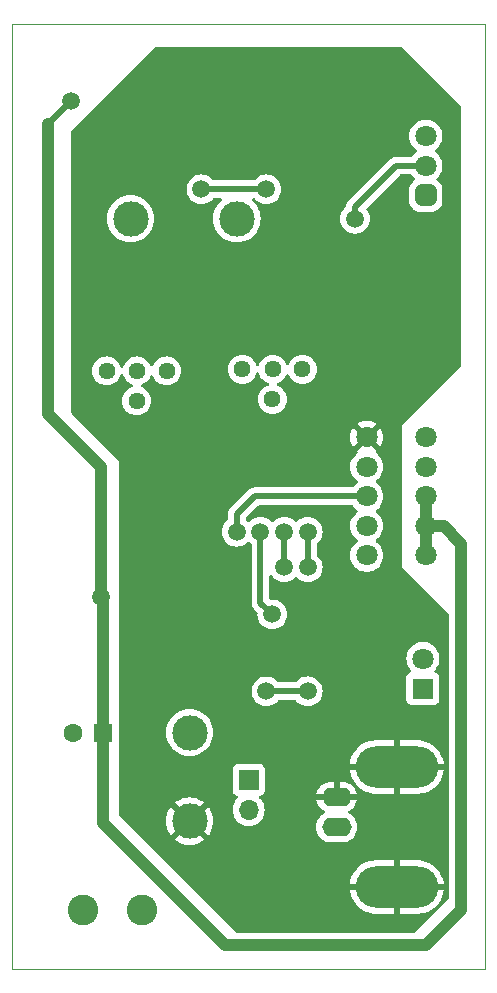
<source format=gbr>
%TF.GenerationSoftware,KiCad,Pcbnew,7.0.7*%
%TF.CreationDate,2024-08-22T16:43:00-10:00*%
%TF.ProjectId,pHSim2,70485369-6d32-42e6-9b69-6361645f7063,rev?*%
%TF.SameCoordinates,Original*%
%TF.FileFunction,Copper,L2,Bot*%
%TF.FilePolarity,Positive*%
%FSLAX46Y46*%
G04 Gerber Fmt 4.6, Leading zero omitted, Abs format (unit mm)*
G04 Created by KiCad (PCBNEW 7.0.7) date 2024-08-22 16:43:00*
%MOMM*%
%LPD*%
G01*
G04 APERTURE LIST*
G04 Aperture macros list*
%AMRoundRect*
0 Rectangle with rounded corners*
0 $1 Rounding radius*
0 $2 $3 $4 $5 $6 $7 $8 $9 X,Y pos of 4 corners*
0 Add a 4 corners polygon primitive as box body*
4,1,4,$2,$3,$4,$5,$6,$7,$8,$9,$2,$3,0*
0 Add four circle primitives for the rounded corners*
1,1,$1+$1,$2,$3*
1,1,$1+$1,$4,$5*
1,1,$1+$1,$6,$7*
1,1,$1+$1,$8,$9*
0 Add four rect primitives between the rounded corners*
20,1,$1+$1,$2,$3,$4,$5,0*
20,1,$1+$1,$4,$5,$6,$7,0*
20,1,$1+$1,$6,$7,$8,$9,0*
20,1,$1+$1,$8,$9,$2,$3,0*%
G04 Aperture macros list end*
%TA.AperFunction,ComponentPad*%
%ADD10RoundRect,0.450000X-0.450000X-0.450000X0.450000X-0.450000X0.450000X0.450000X-0.450000X0.450000X0*%
%TD*%
%TA.AperFunction,ComponentPad*%
%ADD11C,1.800000*%
%TD*%
%TA.AperFunction,ComponentPad*%
%ADD12C,1.440000*%
%TD*%
%TA.AperFunction,ComponentPad*%
%ADD13C,3.000000*%
%TD*%
%TA.AperFunction,ComponentPad*%
%ADD14C,2.600000*%
%TD*%
%TA.AperFunction,ComponentPad*%
%ADD15O,2.500000X1.600000*%
%TD*%
%TA.AperFunction,ComponentPad*%
%ADD16O,7.000000X3.500000*%
%TD*%
%TA.AperFunction,ComponentPad*%
%ADD17R,1.800000X1.800000*%
%TD*%
%TA.AperFunction,ComponentPad*%
%ADD18R,1.600000X1.600000*%
%TD*%
%TA.AperFunction,ComponentPad*%
%ADD19C,1.600000*%
%TD*%
%TA.AperFunction,ComponentPad*%
%ADD20R,1.700000X1.700000*%
%TD*%
%TA.AperFunction,ComponentPad*%
%ADD21O,1.700000X1.700000*%
%TD*%
%TA.AperFunction,ViaPad*%
%ADD22C,1.500000*%
%TD*%
%TA.AperFunction,Conductor*%
%ADD23C,1.000000*%
%TD*%
%TA.AperFunction,Conductor*%
%ADD24C,0.500000*%
%TD*%
%TA.AperFunction,Profile*%
%ADD25C,0.100000*%
%TD*%
G04 APERTURE END LIST*
D10*
%TO.P,R14,1,1*%
%TO.N,Net-(R12-Pad2)*%
X135000000Y-74500000D03*
D11*
%TO.P,R14,2,2*%
%TO.N,Net-(U1D-+)*%
X135000000Y-72000000D03*
%TO.P,R14,3,3*%
%TO.N,Net-(R13-Pad1)*%
X135000000Y-69500000D03*
%TD*%
D12*
%TO.P,R8,1,1*%
%TO.N,Net-(R10-Pad1)*%
X113050000Y-89375000D03*
%TO.P,R8,2,2*%
%TO.N,Net-(U1A-+)*%
X110510000Y-91915000D03*
X110550000Y-89375000D03*
%TO.P,R8,3,3*%
%TO.N,Net-(R6-Pad2)*%
X107970000Y-89375000D03*
%TD*%
D13*
%TO.P,TP2,1,1*%
%TO.N,/Ref+2.5*%
X110000000Y-76500000D03*
%TD*%
D14*
%TO.P,J2,1,Pin_1*%
%TO.N,/Pwr-*%
X106000000Y-135000000D03*
%TD*%
%TO.P,J1,1,Pin_1*%
%TO.N,Net-(D2-A)*%
X111000000Y-135000000D03*
%TD*%
D13*
%TO.P,TP1,1,1*%
%TO.N,Net-(J4-Pin_1)*%
X115000000Y-120000000D03*
%TD*%
D12*
%TO.P,R9,1,1*%
%TO.N,Net-(R11-Pad1)*%
X124550000Y-89250000D03*
%TO.P,R9,2,2*%
%TO.N,Net-(U1C-+)*%
X122010000Y-91790000D03*
X122050000Y-89250000D03*
%TO.P,R9,3,3*%
%TO.N,Net-(R7-Pad2)*%
X119470000Y-89250000D03*
%TD*%
D13*
%TO.P,TP3,1,1*%
%TO.N,/Ref-2.5*%
X119000000Y-76500000D03*
%TD*%
D15*
%TO.P,J3,1,In*%
%TO.N,Net-(J3-In)*%
X127450000Y-128000000D03*
D16*
%TO.P,J3,2,Ext*%
%TO.N,GND*%
X132530000Y-122920000D03*
D15*
X127450000Y-125460000D03*
D16*
X132530000Y-133080000D03*
%TD*%
D17*
%TO.P,D1,1,K*%
%TO.N,/Pwr-*%
X134750000Y-116275000D03*
D11*
%TO.P,D1,2,A*%
%TO.N,Net-(D1-A)*%
X134750000Y-113735000D03*
%TD*%
%TO.P,SW2,1,1*%
%TO.N,/Pwr+*%
X135000000Y-95000000D03*
%TO.P,SW2,2,2*%
%TO.N,unconnected-(SW2-Pad2)*%
X135000000Y-97500000D03*
%TO.P,SW2,3,3*%
%TO.N,/PwrSw*%
X135000000Y-100000000D03*
%TO.P,SW2,4,4*%
X135000000Y-102500000D03*
%TO.P,SW2,5,5*%
X135000000Y-105000000D03*
%TO.P,SW2,6,6*%
%TO.N,GND*%
X130000000Y-95000000D03*
%TO.P,SW2,7,7*%
%TO.N,/Ref10*%
X130000000Y-97500000D03*
%TO.P,SW2,8,8*%
%TO.N,/Ref4*%
X130000000Y-100000000D03*
%TO.P,SW2,9,9*%
%TO.N,/RefV*%
X130000000Y-102500000D03*
%TO.P,SW2,10,10*%
%TO.N,Net-(J4-Pin_1)*%
X130000000Y-105000000D03*
%TD*%
D13*
%TO.P,TP0,1,1*%
%TO.N,GND*%
X115000000Y-127500000D03*
%TD*%
D18*
%TO.P,C1,1*%
%TO.N,/PwrSw*%
X107652651Y-120000000D03*
D19*
%TO.P,C1,2*%
%TO.N,/Pwr-*%
X105152651Y-120000000D03*
%TD*%
D20*
%TO.P,J4,1,Pin_1*%
%TO.N,Net-(J4-Pin_1)*%
X120000000Y-124000000D03*
D21*
%TO.P,J4,2,Pin_2*%
%TO.N,Net-(J3-In)*%
X120000000Y-126540000D03*
%TD*%
D22*
%TO.N,GND*%
X119000000Y-68095000D03*
X113190000Y-112310000D03*
X127500000Y-82500000D03*
X110000000Y-69365000D03*
X125000000Y-73000000D03*
X116000000Y-82500000D03*
%TO.N,/PwrSw*%
X105000000Y-66500000D03*
X107500000Y-108500000D03*
%TO.N,/Pwr-*%
X125000000Y-116500000D03*
X121500000Y-116500000D03*
%TO.N,/Ref+2.5*%
X121500000Y-74000000D03*
X116000000Y-74000000D03*
%TO.N,/Ref10*%
X125000000Y-106000000D03*
X125000000Y-103000000D03*
%TO.N,/Ref4*%
X119000000Y-103000000D03*
%TO.N,Net-(U1C-+)*%
X122000000Y-110000000D03*
X121000000Y-103000000D03*
%TO.N,Net-(U1D-+)*%
X129000000Y-76500000D03*
X123000000Y-103000000D03*
X123000000Y-106000000D03*
%TD*%
D23*
%TO.N,/PwrSw*%
X136500000Y-102500000D02*
X138000000Y-104000000D01*
X107500000Y-108500000D02*
X107652651Y-108652651D01*
X107500000Y-97500000D02*
X103000000Y-93000000D01*
X107652651Y-127652651D02*
X107652651Y-120000000D01*
X107652651Y-108652651D02*
X107652651Y-120000000D01*
X103000000Y-93000000D02*
X103000000Y-68500000D01*
X135000000Y-102500000D02*
X136500000Y-102500000D01*
X135000000Y-102500000D02*
X135000000Y-105000000D01*
X135000000Y-100000000D02*
X135000000Y-102500000D01*
X118000000Y-138000000D02*
X107652651Y-127652651D01*
X138000000Y-135000000D02*
X135000000Y-138000000D01*
D24*
X105000000Y-66500000D02*
X103000000Y-68500000D01*
D23*
X107500000Y-108500000D02*
X107500000Y-97500000D01*
X138000000Y-104000000D02*
X138000000Y-135000000D01*
X135000000Y-138000000D02*
X118000000Y-138000000D01*
D24*
%TO.N,/Pwr-*%
X121500000Y-116500000D02*
X125000000Y-116500000D01*
%TO.N,/Ref+2.5*%
X116000000Y-74000000D02*
X121500000Y-74000000D01*
%TO.N,/Ref10*%
X125000000Y-106000000D02*
X125000000Y-103000000D01*
%TO.N,/Ref4*%
X120500000Y-100000000D02*
X130000000Y-100000000D01*
X119000000Y-101500000D02*
X120500000Y-100000000D01*
X119000000Y-103000000D02*
X119000000Y-101500000D01*
%TO.N,Net-(U1C-+)*%
X121000000Y-109000000D02*
X121000000Y-103000000D01*
X122000000Y-110000000D02*
X121000000Y-109000000D01*
%TO.N,Net-(U1D-+)*%
X132500000Y-72000000D02*
X135000000Y-72000000D01*
X123000000Y-103000000D02*
X123000000Y-106000000D01*
X129000000Y-76500000D02*
X129000000Y-75500000D01*
X129000000Y-75500000D02*
X132500000Y-72000000D01*
%TD*%
%TA.AperFunction,Conductor*%
%TO.N,GND*%
G36*
X133015677Y-62019685D02*
G01*
X133036319Y-62036319D01*
X137963681Y-66963681D01*
X137997166Y-67025004D01*
X138000000Y-67051362D01*
X138000000Y-88948638D01*
X137980315Y-89015677D01*
X137963681Y-89036319D01*
X133000000Y-93999999D01*
X133000000Y-106000000D01*
X136963181Y-109963181D01*
X136996666Y-110024504D01*
X136999500Y-110050862D01*
X136999500Y-133949137D01*
X136979815Y-134016176D01*
X136963181Y-134036818D01*
X134036819Y-136963181D01*
X133975496Y-136996666D01*
X133949138Y-136999500D01*
X119050862Y-136999500D01*
X118983823Y-136979815D01*
X118963181Y-136963181D01*
X114830000Y-132830000D01*
X128540385Y-132830000D01*
X131405939Y-132830000D01*
X131472978Y-132849685D01*
X131518733Y-132902489D01*
X131529779Y-132960279D01*
X131526303Y-133028835D01*
X131521114Y-133131164D01*
X131521114Y-133131165D01*
X131529702Y-133187223D01*
X131520396Y-133256470D01*
X131475130Y-133309693D01*
X131408274Y-133329995D01*
X131407132Y-133330000D01*
X128543793Y-133330000D01*
X128556375Y-133455076D01*
X128556376Y-133455079D01*
X128626208Y-133748107D01*
X128626210Y-133748116D01*
X128734474Y-134029216D01*
X128734481Y-134029231D01*
X128879248Y-134293395D01*
X128879252Y-134293401D01*
X129057935Y-134535911D01*
X129267355Y-134752451D01*
X129267362Y-134752457D01*
X129503768Y-134939145D01*
X129762948Y-135092657D01*
X129762966Y-135092666D01*
X130040283Y-135210260D01*
X130040300Y-135210265D01*
X130330826Y-135289848D01*
X130629384Y-135330000D01*
X132280000Y-135330000D01*
X132280000Y-134206700D01*
X132299685Y-134139661D01*
X132352489Y-134093906D01*
X132421647Y-134083962D01*
X132427305Y-134084950D01*
X132427797Y-134085000D01*
X132427801Y-134085000D01*
X132580967Y-134085000D01*
X132643455Y-134078645D01*
X132712141Y-134091446D01*
X132763004Y-134139349D01*
X132780000Y-134202009D01*
X132780000Y-135330000D01*
X134355236Y-135330000D01*
X134580564Y-135314915D01*
X134580573Y-135314913D01*
X134875758Y-135254916D01*
X134875773Y-135254912D01*
X135160343Y-135156098D01*
X135160346Y-135156096D01*
X135429198Y-135020240D01*
X135677564Y-134849745D01*
X135900971Y-134647685D01*
X136095464Y-134417638D01*
X136257554Y-134163728D01*
X136257555Y-134163726D01*
X136384351Y-133890485D01*
X136384356Y-133890471D01*
X136473605Y-133602765D01*
X136519615Y-133330000D01*
X133654061Y-133330000D01*
X133587022Y-133310315D01*
X133541267Y-133257511D01*
X133530220Y-133199720D01*
X133530854Y-133187223D01*
X133538886Y-133028835D01*
X133530298Y-132972775D01*
X133539604Y-132903530D01*
X133584870Y-132850307D01*
X133651726Y-132830005D01*
X133652868Y-132830000D01*
X136516207Y-132830000D01*
X136516207Y-132829999D01*
X136503624Y-132704923D01*
X136503623Y-132704920D01*
X136433791Y-132411892D01*
X136433789Y-132411883D01*
X136325525Y-132130783D01*
X136325518Y-132130768D01*
X136180751Y-131866604D01*
X136180747Y-131866598D01*
X136002064Y-131624088D01*
X135792644Y-131407548D01*
X135792637Y-131407542D01*
X135556231Y-131220854D01*
X135297051Y-131067342D01*
X135297033Y-131067333D01*
X135019716Y-130949739D01*
X135019699Y-130949734D01*
X134729173Y-130870151D01*
X134430617Y-130830000D01*
X132780000Y-130830000D01*
X132780000Y-131953299D01*
X132760315Y-132020338D01*
X132707511Y-132066093D01*
X132638353Y-132076037D01*
X132632697Y-132075050D01*
X132632203Y-132075000D01*
X132632199Y-132075000D01*
X132479033Y-132075000D01*
X132479031Y-132075000D01*
X132416544Y-132081354D01*
X132347857Y-132068552D01*
X132296995Y-132020648D01*
X132280000Y-131957990D01*
X132280000Y-130830000D01*
X130704764Y-130830000D01*
X130479435Y-130845084D01*
X130479426Y-130845086D01*
X130184241Y-130905083D01*
X130184226Y-130905087D01*
X129899656Y-131003901D01*
X129899653Y-131003903D01*
X129630801Y-131139759D01*
X129382435Y-131310254D01*
X129159028Y-131512314D01*
X128964535Y-131742361D01*
X128802445Y-131996271D01*
X128802444Y-131996273D01*
X128675648Y-132269514D01*
X128675643Y-132269528D01*
X128586394Y-132557234D01*
X128540385Y-132830000D01*
X114830000Y-132830000D01*
X109500001Y-127500001D01*
X112994891Y-127500001D01*
X113015300Y-127785362D01*
X113076109Y-128064895D01*
X113176091Y-128332958D01*
X113313191Y-128584038D01*
X113313196Y-128584046D01*
X113419882Y-128726561D01*
X113419883Y-128726562D01*
X114211667Y-127934778D01*
X114272990Y-127901293D01*
X114342681Y-127906277D01*
X114398615Y-127948149D01*
X114398811Y-127948411D01*
X114450756Y-128018185D01*
X114556223Y-128106683D01*
X114594925Y-128164854D01*
X114596033Y-128234715D01*
X114564198Y-128289353D01*
X113773436Y-129080114D01*
X113773436Y-129080115D01*
X113915960Y-129186807D01*
X113915961Y-129186808D01*
X114167042Y-129323908D01*
X114167041Y-129323908D01*
X114435104Y-129423890D01*
X114714637Y-129484699D01*
X114999999Y-129505109D01*
X115000001Y-129505109D01*
X115285362Y-129484699D01*
X115564895Y-129423890D01*
X115832958Y-129323908D01*
X116084047Y-129186803D01*
X116226561Y-129080116D01*
X116226562Y-129080115D01*
X115435875Y-128289428D01*
X115402390Y-128228105D01*
X115407374Y-128158413D01*
X115449246Y-128102480D01*
X115455398Y-128098159D01*
X115485373Y-128078445D01*
X115605688Y-127950918D01*
X115605687Y-127950918D01*
X115610645Y-127945664D01*
X115611842Y-127946793D01*
X115660629Y-127910052D01*
X115730306Y-127904866D01*
X115791726Y-127938173D01*
X116580115Y-128726562D01*
X116580116Y-128726561D01*
X116686803Y-128584047D01*
X116823908Y-128332958D01*
X116923890Y-128064895D01*
X116938007Y-128000001D01*
X125694532Y-128000001D01*
X125714364Y-128226686D01*
X125714366Y-128226697D01*
X125773258Y-128446488D01*
X125773261Y-128446497D01*
X125869431Y-128652732D01*
X125869432Y-128652734D01*
X125999954Y-128839141D01*
X126160858Y-129000045D01*
X126160861Y-129000047D01*
X126347266Y-129130568D01*
X126553504Y-129226739D01*
X126773308Y-129285635D01*
X126943216Y-129300500D01*
X127956784Y-129300500D01*
X128126692Y-129285635D01*
X128346496Y-129226739D01*
X128552734Y-129130568D01*
X128739139Y-129000047D01*
X128900047Y-128839139D01*
X129030568Y-128652734D01*
X129126739Y-128446496D01*
X129185635Y-128226692D01*
X129205468Y-128000000D01*
X129185635Y-127773308D01*
X129126739Y-127553504D01*
X129030568Y-127347266D01*
X128900047Y-127160861D01*
X128900045Y-127160858D01*
X128739141Y-126999954D01*
X128552734Y-126869432D01*
X128552732Y-126869431D01*
X128541275Y-126864088D01*
X128494132Y-126842105D01*
X128441694Y-126795934D01*
X128422542Y-126728740D01*
X128442758Y-126661859D01*
X128494134Y-126617341D01*
X128552484Y-126590132D01*
X128738820Y-126459657D01*
X128899657Y-126298820D01*
X129030134Y-126112482D01*
X129126265Y-125906326D01*
X129126269Y-125906317D01*
X129178872Y-125710000D01*
X128004874Y-125710000D01*
X127937835Y-125690315D01*
X127892080Y-125637511D01*
X127882136Y-125568353D01*
X127883983Y-125558407D01*
X127893822Y-125515300D01*
X127898768Y-125493630D01*
X127895509Y-125450145D01*
X127888049Y-125350594D01*
X127889821Y-125350461D01*
X127893408Y-125291864D01*
X127934701Y-125235502D01*
X127999911Y-125210413D01*
X128010029Y-125210000D01*
X129178872Y-125210000D01*
X129178872Y-125209999D01*
X129126269Y-125013682D01*
X129126265Y-125013673D01*
X129030134Y-124807517D01*
X128899657Y-124621179D01*
X128738820Y-124460342D01*
X128552482Y-124329865D01*
X128346326Y-124233734D01*
X128346317Y-124233730D01*
X128126610Y-124174860D01*
X128126599Y-124174858D01*
X127956763Y-124160000D01*
X127700000Y-124160000D01*
X127700000Y-124903411D01*
X127680315Y-124970450D01*
X127627511Y-125016205D01*
X127558353Y-125026149D01*
X127539451Y-125021902D01*
X127517075Y-125015000D01*
X127517073Y-125015000D01*
X127416654Y-125015000D01*
X127416646Y-125015000D01*
X127342481Y-125026179D01*
X127273256Y-125016706D01*
X127220143Y-124971311D01*
X127200003Y-124904407D01*
X127200000Y-124903564D01*
X127200000Y-124160000D01*
X126943237Y-124160000D01*
X126773400Y-124174858D01*
X126773389Y-124174860D01*
X126553682Y-124233730D01*
X126553673Y-124233734D01*
X126347517Y-124329865D01*
X126161179Y-124460342D01*
X126000342Y-124621179D01*
X125869865Y-124807517D01*
X125773734Y-125013673D01*
X125773730Y-125013682D01*
X125721127Y-125209999D01*
X125721128Y-125210000D01*
X126895126Y-125210000D01*
X126962165Y-125229685D01*
X127007920Y-125282489D01*
X127017864Y-125351647D01*
X127016017Y-125361593D01*
X127001232Y-125426370D01*
X127001231Y-125426370D01*
X127011951Y-125569406D01*
X127010178Y-125569538D01*
X127006592Y-125628136D01*
X126965299Y-125684498D01*
X126900089Y-125709587D01*
X126889971Y-125710000D01*
X125721128Y-125710000D01*
X125773730Y-125906317D01*
X125773734Y-125906326D01*
X125869865Y-126112482D01*
X126000342Y-126298820D01*
X126161179Y-126459657D01*
X126347518Y-126590134D01*
X126347520Y-126590135D01*
X126405865Y-126617342D01*
X126458305Y-126663514D01*
X126477457Y-126730707D01*
X126457242Y-126797589D01*
X126405867Y-126842105D01*
X126347268Y-126869431D01*
X126347264Y-126869433D01*
X126160858Y-126999954D01*
X125999954Y-127160858D01*
X125869432Y-127347265D01*
X125869431Y-127347267D01*
X125773261Y-127553502D01*
X125773258Y-127553511D01*
X125714366Y-127773302D01*
X125714364Y-127773313D01*
X125694532Y-127999998D01*
X125694532Y-128000001D01*
X116938007Y-128000001D01*
X116984699Y-127785362D01*
X117005108Y-127500001D01*
X117005108Y-127499998D01*
X116984699Y-127214637D01*
X116923890Y-126935104D01*
X116823908Y-126667041D01*
X116754538Y-126540000D01*
X118644341Y-126540000D01*
X118664936Y-126775403D01*
X118664938Y-126775413D01*
X118726094Y-127003655D01*
X118726096Y-127003659D01*
X118726097Y-127003663D01*
X118799400Y-127160861D01*
X118825965Y-127217830D01*
X118825967Y-127217834D01*
X118916596Y-127347265D01*
X118961505Y-127411401D01*
X119128599Y-127578495D01*
X119203760Y-127631123D01*
X119322165Y-127714032D01*
X119322167Y-127714033D01*
X119322170Y-127714035D01*
X119536337Y-127813903D01*
X119764592Y-127875063D01*
X119952918Y-127891539D01*
X119999999Y-127895659D01*
X120000000Y-127895659D01*
X120000001Y-127895659D01*
X120046165Y-127891620D01*
X120235408Y-127875063D01*
X120463663Y-127813903D01*
X120677830Y-127714035D01*
X120871401Y-127578495D01*
X121038495Y-127411401D01*
X121174035Y-127217830D01*
X121273903Y-127003663D01*
X121335063Y-126775408D01*
X121355659Y-126540000D01*
X121335063Y-126304592D01*
X121273903Y-126076337D01*
X121174035Y-125862171D01*
X121152789Y-125831829D01*
X121038496Y-125668600D01*
X120994309Y-125624413D01*
X120916567Y-125546671D01*
X120883084Y-125485351D01*
X120888068Y-125415659D01*
X120929939Y-125359725D01*
X120960915Y-125342810D01*
X121092331Y-125293796D01*
X121207546Y-125207546D01*
X121293796Y-125092331D01*
X121344091Y-124957483D01*
X121350500Y-124897873D01*
X121350499Y-123102128D01*
X121344091Y-123042517D01*
X121317478Y-122971165D01*
X121293797Y-122907671D01*
X121293793Y-122907664D01*
X121207547Y-122792455D01*
X121207544Y-122792452D01*
X121092335Y-122706206D01*
X121092328Y-122706202D01*
X120995265Y-122670000D01*
X128540385Y-122670000D01*
X131405939Y-122670000D01*
X131472978Y-122689685D01*
X131518733Y-122742489D01*
X131529779Y-122800279D01*
X131526303Y-122868835D01*
X131521114Y-122971164D01*
X131521114Y-122971165D01*
X131529702Y-123027223D01*
X131520396Y-123096470D01*
X131475130Y-123149693D01*
X131408274Y-123169995D01*
X131407132Y-123170000D01*
X128543793Y-123170000D01*
X128556375Y-123295076D01*
X128556376Y-123295079D01*
X128626208Y-123588107D01*
X128626210Y-123588116D01*
X128734474Y-123869216D01*
X128734481Y-123869231D01*
X128879248Y-124133395D01*
X128879252Y-124133401D01*
X129057935Y-124375911D01*
X129267355Y-124592451D01*
X129267362Y-124592457D01*
X129503768Y-124779145D01*
X129762948Y-124932657D01*
X129762966Y-124932666D01*
X130040283Y-125050260D01*
X130040300Y-125050265D01*
X130330826Y-125129848D01*
X130629384Y-125170000D01*
X132280000Y-125170000D01*
X132280000Y-124046700D01*
X132299685Y-123979661D01*
X132352489Y-123933906D01*
X132421647Y-123923962D01*
X132427305Y-123924950D01*
X132427797Y-123925000D01*
X132427801Y-123925000D01*
X132580967Y-123925000D01*
X132643455Y-123918645D01*
X132712141Y-123931446D01*
X132763004Y-123979349D01*
X132780000Y-124042009D01*
X132780000Y-125170000D01*
X134355236Y-125170000D01*
X134580564Y-125154915D01*
X134580573Y-125154913D01*
X134875758Y-125094916D01*
X134875773Y-125094912D01*
X135160343Y-124996098D01*
X135160346Y-124996096D01*
X135429198Y-124860240D01*
X135677564Y-124689745D01*
X135900971Y-124487685D01*
X136095464Y-124257638D01*
X136257554Y-124003728D01*
X136257555Y-124003726D01*
X136384351Y-123730485D01*
X136384356Y-123730471D01*
X136473605Y-123442765D01*
X136519615Y-123170000D01*
X133654061Y-123170000D01*
X133587022Y-123150315D01*
X133541267Y-123097511D01*
X133530220Y-123039720D01*
X133530854Y-123027223D01*
X133538886Y-122868835D01*
X133530298Y-122812775D01*
X133539604Y-122743530D01*
X133584870Y-122690307D01*
X133651726Y-122670005D01*
X133652868Y-122670000D01*
X136516207Y-122670000D01*
X136516207Y-122669999D01*
X136503624Y-122544923D01*
X136503623Y-122544920D01*
X136433791Y-122251892D01*
X136433789Y-122251883D01*
X136325525Y-121970783D01*
X136325518Y-121970768D01*
X136180751Y-121706604D01*
X136180747Y-121706598D01*
X136002064Y-121464088D01*
X135792644Y-121247548D01*
X135792637Y-121247542D01*
X135556231Y-121060854D01*
X135297051Y-120907342D01*
X135297033Y-120907333D01*
X135019716Y-120789739D01*
X135019699Y-120789734D01*
X134729173Y-120710151D01*
X134430617Y-120670000D01*
X132780000Y-120670000D01*
X132780000Y-121793299D01*
X132760315Y-121860338D01*
X132707511Y-121906093D01*
X132638353Y-121916037D01*
X132632697Y-121915050D01*
X132632203Y-121915000D01*
X132632199Y-121915000D01*
X132479033Y-121915000D01*
X132479031Y-121915000D01*
X132416544Y-121921354D01*
X132347857Y-121908552D01*
X132296995Y-121860648D01*
X132280000Y-121797990D01*
X132280000Y-120670000D01*
X130704764Y-120670000D01*
X130479435Y-120685084D01*
X130479426Y-120685086D01*
X130184241Y-120745083D01*
X130184226Y-120745087D01*
X129899656Y-120843901D01*
X129899653Y-120843903D01*
X129630801Y-120979759D01*
X129382435Y-121150254D01*
X129159028Y-121352314D01*
X128964535Y-121582361D01*
X128802445Y-121836271D01*
X128802444Y-121836273D01*
X128675648Y-122109514D01*
X128675643Y-122109528D01*
X128586394Y-122397234D01*
X128540385Y-122670000D01*
X120995265Y-122670000D01*
X120957482Y-122655908D01*
X120957483Y-122655908D01*
X120897883Y-122649501D01*
X120897881Y-122649500D01*
X120897873Y-122649500D01*
X120897864Y-122649500D01*
X119102129Y-122649500D01*
X119102123Y-122649501D01*
X119042516Y-122655908D01*
X118907671Y-122706202D01*
X118907664Y-122706206D01*
X118792455Y-122792452D01*
X118792452Y-122792455D01*
X118706206Y-122907664D01*
X118706202Y-122907671D01*
X118655908Y-123042517D01*
X118650108Y-123096470D01*
X118649501Y-123102123D01*
X118649500Y-123102135D01*
X118649500Y-124897870D01*
X118649501Y-124897876D01*
X118655908Y-124957483D01*
X118706202Y-125092328D01*
X118706206Y-125092335D01*
X118792452Y-125207544D01*
X118792455Y-125207547D01*
X118907664Y-125293793D01*
X118907671Y-125293797D01*
X119039081Y-125342810D01*
X119095015Y-125384681D01*
X119119432Y-125450145D01*
X119104580Y-125518418D01*
X119083430Y-125546673D01*
X118961503Y-125668600D01*
X118825965Y-125862169D01*
X118825964Y-125862171D01*
X118726098Y-126076335D01*
X118726094Y-126076344D01*
X118664938Y-126304586D01*
X118664936Y-126304596D01*
X118644341Y-126539999D01*
X118644341Y-126540000D01*
X116754538Y-126540000D01*
X116686808Y-126415961D01*
X116686807Y-126415960D01*
X116580115Y-126273436D01*
X116580114Y-126273436D01*
X115788331Y-127065220D01*
X115727008Y-127098705D01*
X115657316Y-127093721D01*
X115601383Y-127051849D01*
X115601291Y-127051726D01*
X115549244Y-126981815D01*
X115541117Y-126974996D01*
X115524789Y-126961294D01*
X115443773Y-126893313D01*
X115405072Y-126835144D01*
X115403964Y-126765283D01*
X115435799Y-126710645D01*
X116226562Y-125919883D01*
X116226561Y-125919882D01*
X116084046Y-125813196D01*
X116084038Y-125813191D01*
X115832957Y-125676091D01*
X115832958Y-125676091D01*
X115564895Y-125576109D01*
X115285362Y-125515300D01*
X115000001Y-125494891D01*
X114999999Y-125494891D01*
X114714637Y-125515300D01*
X114435104Y-125576109D01*
X114167041Y-125676091D01*
X113915961Y-125813191D01*
X113915953Y-125813196D01*
X113773436Y-125919882D01*
X113773436Y-125919883D01*
X114564124Y-126710571D01*
X114597609Y-126771894D01*
X114592625Y-126841586D01*
X114550753Y-126897519D01*
X114544583Y-126901852D01*
X114514627Y-126921554D01*
X114389355Y-127054335D01*
X114388163Y-127053210D01*
X114339324Y-127089962D01*
X114269646Y-127095122D01*
X114208238Y-127061791D01*
X113419883Y-126273436D01*
X113419882Y-126273436D01*
X113313196Y-126415953D01*
X113313191Y-126415961D01*
X113176091Y-126667041D01*
X113076109Y-126935104D01*
X113015300Y-127214637D01*
X112994891Y-127499998D01*
X112994891Y-127500001D01*
X109500001Y-127500001D01*
X109036319Y-127036319D01*
X109002834Y-126974996D01*
X109000000Y-126948638D01*
X109000000Y-120000001D01*
X112994390Y-120000001D01*
X113014804Y-120285433D01*
X113075628Y-120565037D01*
X113075630Y-120565043D01*
X113075631Y-120565046D01*
X113175633Y-120833161D01*
X113175635Y-120833166D01*
X113312770Y-121084309D01*
X113312775Y-121084317D01*
X113484254Y-121313387D01*
X113484270Y-121313405D01*
X113686594Y-121515729D01*
X113686612Y-121515745D01*
X113915682Y-121687224D01*
X113915690Y-121687229D01*
X114166833Y-121824364D01*
X114166832Y-121824364D01*
X114166836Y-121824365D01*
X114166839Y-121824367D01*
X114434954Y-121924369D01*
X114434960Y-121924370D01*
X114434962Y-121924371D01*
X114714566Y-121985195D01*
X114714568Y-121985195D01*
X114714572Y-121985196D01*
X114968220Y-122003337D01*
X114999999Y-122005610D01*
X115000000Y-122005610D01*
X115000001Y-122005610D01*
X115028595Y-122003564D01*
X115285428Y-121985196D01*
X115565046Y-121924369D01*
X115833161Y-121824367D01*
X116084315Y-121687226D01*
X116313395Y-121515739D01*
X116515739Y-121313395D01*
X116687226Y-121084315D01*
X116824367Y-120833161D01*
X116924369Y-120565046D01*
X116985196Y-120285428D01*
X117005610Y-120000000D01*
X116985196Y-119714572D01*
X116924369Y-119434954D01*
X116824367Y-119166839D01*
X116687226Y-118915685D01*
X116687224Y-118915682D01*
X116515745Y-118686612D01*
X116515729Y-118686594D01*
X116313405Y-118484270D01*
X116313387Y-118484254D01*
X116084317Y-118312775D01*
X116084309Y-118312770D01*
X115833166Y-118175635D01*
X115833167Y-118175635D01*
X115725915Y-118135632D01*
X115565046Y-118075631D01*
X115565043Y-118075630D01*
X115565037Y-118075628D01*
X115285433Y-118014804D01*
X115000001Y-117994390D01*
X114999999Y-117994390D01*
X114714566Y-118014804D01*
X114434962Y-118075628D01*
X114166833Y-118175635D01*
X113915690Y-118312770D01*
X113915682Y-118312775D01*
X113686612Y-118484254D01*
X113686594Y-118484270D01*
X113484270Y-118686594D01*
X113484254Y-118686612D01*
X113312775Y-118915682D01*
X113312770Y-118915690D01*
X113175635Y-119166833D01*
X113075628Y-119434962D01*
X113014804Y-119714566D01*
X112994390Y-119999998D01*
X112994390Y-120000001D01*
X109000000Y-120000001D01*
X109000000Y-116500002D01*
X120244723Y-116500002D01*
X120263793Y-116717975D01*
X120263793Y-116717979D01*
X120320422Y-116929322D01*
X120320424Y-116929326D01*
X120320425Y-116929330D01*
X120366661Y-117028484D01*
X120412897Y-117127638D01*
X120412898Y-117127639D01*
X120538402Y-117306877D01*
X120693123Y-117461598D01*
X120872361Y-117587102D01*
X121070670Y-117679575D01*
X121282023Y-117736207D01*
X121464926Y-117752208D01*
X121499998Y-117755277D01*
X121500000Y-117755277D01*
X121500002Y-117755277D01*
X121528254Y-117752805D01*
X121717977Y-117736207D01*
X121929330Y-117679575D01*
X122127639Y-117587102D01*
X122306877Y-117461598D01*
X122461598Y-117306877D01*
X122464050Y-117303374D01*
X122518628Y-117259751D01*
X122565624Y-117250500D01*
X123934376Y-117250500D01*
X124001415Y-117270185D01*
X124035949Y-117303374D01*
X124038402Y-117306877D01*
X124193123Y-117461598D01*
X124372361Y-117587102D01*
X124570670Y-117679575D01*
X124782023Y-117736207D01*
X124964926Y-117752208D01*
X124999998Y-117755277D01*
X125000000Y-117755277D01*
X125000002Y-117755277D01*
X125028254Y-117752805D01*
X125217977Y-117736207D01*
X125429330Y-117679575D01*
X125627639Y-117587102D01*
X125806877Y-117461598D01*
X125961598Y-117306877D01*
X126087102Y-117127639D01*
X126179575Y-116929330D01*
X126236207Y-116717977D01*
X126255277Y-116500000D01*
X126236207Y-116282023D01*
X126179575Y-116070670D01*
X126087102Y-115872362D01*
X126087100Y-115872359D01*
X126087099Y-115872357D01*
X125961599Y-115693124D01*
X125961594Y-115693119D01*
X125806877Y-115538402D01*
X125627639Y-115412898D01*
X125627640Y-115412898D01*
X125627638Y-115412897D01*
X125528484Y-115366661D01*
X125429330Y-115320425D01*
X125429326Y-115320424D01*
X125429322Y-115320422D01*
X125217977Y-115263793D01*
X125000002Y-115244723D01*
X124999998Y-115244723D01*
X124854681Y-115257436D01*
X124782023Y-115263793D01*
X124782020Y-115263793D01*
X124570677Y-115320422D01*
X124570670Y-115320424D01*
X124570670Y-115320425D01*
X124556293Y-115327129D01*
X124372361Y-115412898D01*
X124372357Y-115412900D01*
X124193121Y-115538402D01*
X124038404Y-115693119D01*
X124035952Y-115696622D01*
X123981375Y-115740248D01*
X123934376Y-115749500D01*
X122565624Y-115749500D01*
X122498585Y-115729815D01*
X122464048Y-115696622D01*
X122461598Y-115693123D01*
X122461594Y-115693119D01*
X122306877Y-115538402D01*
X122127639Y-115412898D01*
X122127640Y-115412898D01*
X122127638Y-115412897D01*
X122028484Y-115366661D01*
X121929330Y-115320425D01*
X121929326Y-115320424D01*
X121929322Y-115320422D01*
X121717977Y-115263793D01*
X121500002Y-115244723D01*
X121499998Y-115244723D01*
X121354682Y-115257436D01*
X121282023Y-115263793D01*
X121282020Y-115263793D01*
X121070677Y-115320422D01*
X121070670Y-115320424D01*
X121070670Y-115320425D01*
X121056293Y-115327129D01*
X120872361Y-115412898D01*
X120872357Y-115412900D01*
X120693121Y-115538402D01*
X120538402Y-115693121D01*
X120412900Y-115872357D01*
X120412898Y-115872361D01*
X120320426Y-116070668D01*
X120320422Y-116070677D01*
X120263793Y-116282020D01*
X120263793Y-116282024D01*
X120244723Y-116499997D01*
X120244723Y-116500002D01*
X109000000Y-116500002D01*
X109000000Y-113735006D01*
X133344700Y-113735006D01*
X133363864Y-113966297D01*
X133363866Y-113966308D01*
X133420842Y-114191300D01*
X133514075Y-114403848D01*
X133641016Y-114598147D01*
X133641019Y-114598151D01*
X133641021Y-114598153D01*
X133735803Y-114701114D01*
X133766724Y-114763767D01*
X133758864Y-114833193D01*
X133714716Y-114887348D01*
X133687906Y-114901277D01*
X133607669Y-114931203D01*
X133607664Y-114931206D01*
X133492455Y-115017452D01*
X133492452Y-115017455D01*
X133406206Y-115132664D01*
X133406202Y-115132671D01*
X133355908Y-115267517D01*
X133350220Y-115320426D01*
X133349501Y-115327123D01*
X133349500Y-115327135D01*
X133349500Y-117222870D01*
X133349501Y-117222876D01*
X133355908Y-117282483D01*
X133406202Y-117417328D01*
X133406206Y-117417335D01*
X133492452Y-117532544D01*
X133492455Y-117532547D01*
X133607664Y-117618793D01*
X133607671Y-117618797D01*
X133742517Y-117669091D01*
X133742516Y-117669091D01*
X133749444Y-117669835D01*
X133802127Y-117675500D01*
X135697872Y-117675499D01*
X135757483Y-117669091D01*
X135892331Y-117618796D01*
X136007546Y-117532546D01*
X136093796Y-117417331D01*
X136144091Y-117282483D01*
X136150500Y-117222873D01*
X136150499Y-115327128D01*
X136144091Y-115267517D01*
X136135589Y-115244723D01*
X136093797Y-115132671D01*
X136093793Y-115132664D01*
X136007547Y-115017455D01*
X136007544Y-115017452D01*
X135892335Y-114931206D01*
X135892328Y-114931202D01*
X135812094Y-114901277D01*
X135756160Y-114859406D01*
X135731743Y-114793941D01*
X135746595Y-114725668D01*
X135764190Y-114701121D01*
X135858979Y-114598153D01*
X135985924Y-114403849D01*
X136079157Y-114191300D01*
X136136134Y-113966305D01*
X136155300Y-113735000D01*
X136155300Y-113734993D01*
X136136135Y-113503702D01*
X136136133Y-113503691D01*
X136079157Y-113278699D01*
X135985924Y-113066151D01*
X135858983Y-112871852D01*
X135858980Y-112871849D01*
X135858979Y-112871847D01*
X135701784Y-112701087D01*
X135701779Y-112701083D01*
X135701777Y-112701081D01*
X135518634Y-112558535D01*
X135518628Y-112558531D01*
X135314504Y-112448064D01*
X135314495Y-112448061D01*
X135094984Y-112372702D01*
X134923281Y-112344050D01*
X134866049Y-112334500D01*
X134633951Y-112334500D01*
X134588164Y-112342140D01*
X134405015Y-112372702D01*
X134185504Y-112448061D01*
X134185495Y-112448064D01*
X133981371Y-112558531D01*
X133981365Y-112558535D01*
X133798222Y-112701081D01*
X133798219Y-112701084D01*
X133641016Y-112871852D01*
X133514075Y-113066151D01*
X133420842Y-113278699D01*
X133363866Y-113503691D01*
X133363864Y-113503702D01*
X133344700Y-113734993D01*
X133344700Y-113735006D01*
X109000000Y-113735006D01*
X109000000Y-103000002D01*
X117744723Y-103000002D01*
X117763793Y-103217975D01*
X117763793Y-103217979D01*
X117820422Y-103429322D01*
X117820424Y-103429326D01*
X117820425Y-103429330D01*
X117844516Y-103480993D01*
X117912897Y-103627638D01*
X117912898Y-103627639D01*
X118038402Y-103806877D01*
X118193123Y-103961598D01*
X118372361Y-104087102D01*
X118570670Y-104179575D01*
X118782023Y-104236207D01*
X118964926Y-104252208D01*
X118999998Y-104255277D01*
X119000000Y-104255277D01*
X119000002Y-104255277D01*
X119028254Y-104252805D01*
X119217977Y-104236207D01*
X119429330Y-104179575D01*
X119627639Y-104087102D01*
X119806877Y-103961598D01*
X119912321Y-103856153D01*
X119973640Y-103822671D01*
X120043332Y-103827655D01*
X120087680Y-103856156D01*
X120193119Y-103961595D01*
X120196622Y-103964048D01*
X120240248Y-104018625D01*
X120249500Y-104065624D01*
X120249500Y-108936294D01*
X120248191Y-108954263D01*
X120244710Y-108978025D01*
X120249264Y-109030064D01*
X120249500Y-109035470D01*
X120249500Y-109043709D01*
X120253306Y-109076274D01*
X120260000Y-109152791D01*
X120261461Y-109159867D01*
X120261403Y-109159878D01*
X120263034Y-109167237D01*
X120263092Y-109167224D01*
X120264757Y-109174250D01*
X120291025Y-109246424D01*
X120315185Y-109319331D01*
X120318236Y-109325874D01*
X120318182Y-109325898D01*
X120321470Y-109332688D01*
X120321521Y-109332663D01*
X120324761Y-109339113D01*
X120324762Y-109339114D01*
X120324763Y-109339117D01*
X120366965Y-109403283D01*
X120407287Y-109468655D01*
X120411766Y-109474319D01*
X120411719Y-109474355D01*
X120416483Y-109480202D01*
X120416529Y-109480164D01*
X120421167Y-109485692D01*
X120421170Y-109485696D01*
X120421173Y-109485698D01*
X120421174Y-109485700D01*
X120477019Y-109538386D01*
X120719435Y-109780803D01*
X120752920Y-109842126D01*
X120755282Y-109879290D01*
X120744723Y-109999997D01*
X120744723Y-110000002D01*
X120763793Y-110217975D01*
X120763793Y-110217979D01*
X120820422Y-110429322D01*
X120820424Y-110429326D01*
X120820425Y-110429330D01*
X120866661Y-110528484D01*
X120912897Y-110627638D01*
X120912898Y-110627639D01*
X121038402Y-110806877D01*
X121193123Y-110961598D01*
X121372361Y-111087102D01*
X121570670Y-111179575D01*
X121782023Y-111236207D01*
X121964926Y-111252208D01*
X121999998Y-111255277D01*
X122000000Y-111255277D01*
X122000002Y-111255277D01*
X122028254Y-111252805D01*
X122217977Y-111236207D01*
X122429330Y-111179575D01*
X122627639Y-111087102D01*
X122806877Y-110961598D01*
X122961598Y-110806877D01*
X123087102Y-110627639D01*
X123179575Y-110429330D01*
X123236207Y-110217977D01*
X123255277Y-110000000D01*
X123236207Y-109782023D01*
X123179575Y-109570670D01*
X123087102Y-109372362D01*
X123087100Y-109372359D01*
X123087099Y-109372357D01*
X122961599Y-109193124D01*
X122896114Y-109127639D01*
X122806877Y-109038402D01*
X122627639Y-108912898D01*
X122627640Y-108912898D01*
X122627638Y-108912897D01*
X122528484Y-108866661D01*
X122429330Y-108820425D01*
X122429326Y-108820424D01*
X122429322Y-108820422D01*
X122217977Y-108763793D01*
X122000002Y-108744723D01*
X121999997Y-108744723D01*
X121885305Y-108754756D01*
X121816805Y-108740989D01*
X121766623Y-108692373D01*
X121750499Y-108631228D01*
X121750499Y-107748681D01*
X121750499Y-106788984D01*
X121770184Y-106721948D01*
X121822988Y-106676193D01*
X121892146Y-106666249D01*
X121955702Y-106695274D01*
X121976073Y-106717863D01*
X122025875Y-106788987D01*
X122038402Y-106806877D01*
X122193123Y-106961598D01*
X122372361Y-107087102D01*
X122570670Y-107179575D01*
X122782023Y-107236207D01*
X122964926Y-107252208D01*
X122999998Y-107255277D01*
X123000000Y-107255277D01*
X123000002Y-107255277D01*
X123028254Y-107252805D01*
X123217977Y-107236207D01*
X123429330Y-107179575D01*
X123627639Y-107087102D01*
X123806877Y-106961598D01*
X123912319Y-106856156D01*
X123973642Y-106822671D01*
X124043334Y-106827655D01*
X124087680Y-106856156D01*
X124193123Y-106961598D01*
X124372361Y-107087102D01*
X124570670Y-107179575D01*
X124782023Y-107236207D01*
X124964926Y-107252208D01*
X124999998Y-107255277D01*
X125000000Y-107255277D01*
X125000002Y-107255277D01*
X125028254Y-107252805D01*
X125217977Y-107236207D01*
X125429330Y-107179575D01*
X125627639Y-107087102D01*
X125806877Y-106961598D01*
X125961598Y-106806877D01*
X126087102Y-106627639D01*
X126179575Y-106429330D01*
X126236207Y-106217977D01*
X126255277Y-106000000D01*
X126236207Y-105782023D01*
X126179575Y-105570670D01*
X126087102Y-105372362D01*
X126087100Y-105372359D01*
X126087099Y-105372357D01*
X125961599Y-105193124D01*
X125912319Y-105143844D01*
X125806877Y-105038402D01*
X125803374Y-105035949D01*
X125759751Y-104981372D01*
X125750500Y-104934376D01*
X125750500Y-104065624D01*
X125770185Y-103998585D01*
X125803378Y-103964048D01*
X125803432Y-103964009D01*
X125806877Y-103961598D01*
X125961598Y-103806877D01*
X126087102Y-103627639D01*
X126179575Y-103429330D01*
X126236207Y-103217977D01*
X126255277Y-103000000D01*
X126236207Y-102782023D01*
X126179575Y-102570670D01*
X126087102Y-102372362D01*
X126087100Y-102372359D01*
X126087099Y-102372357D01*
X125961599Y-102193124D01*
X125912318Y-102143843D01*
X125806877Y-102038402D01*
X125627639Y-101912898D01*
X125627640Y-101912898D01*
X125627638Y-101912897D01*
X125518979Y-101862229D01*
X125429330Y-101820425D01*
X125429326Y-101820424D01*
X125429322Y-101820422D01*
X125217977Y-101763793D01*
X125000002Y-101744723D01*
X124999998Y-101744723D01*
X124854682Y-101757436D01*
X124782023Y-101763793D01*
X124782020Y-101763793D01*
X124570677Y-101820422D01*
X124570668Y-101820426D01*
X124372361Y-101912898D01*
X124372357Y-101912900D01*
X124193124Y-102038400D01*
X124087680Y-102143844D01*
X124026357Y-102177328D01*
X123956665Y-102172344D01*
X123912318Y-102143843D01*
X123806881Y-102038406D01*
X123806880Y-102038405D01*
X123806877Y-102038402D01*
X123627639Y-101912898D01*
X123627640Y-101912898D01*
X123627638Y-101912897D01*
X123518979Y-101862229D01*
X123429330Y-101820425D01*
X123429326Y-101820424D01*
X123429322Y-101820422D01*
X123217977Y-101763793D01*
X123000002Y-101744723D01*
X122999998Y-101744723D01*
X122854681Y-101757436D01*
X122782023Y-101763793D01*
X122782020Y-101763793D01*
X122570677Y-101820422D01*
X122570668Y-101820426D01*
X122372361Y-101912898D01*
X122372357Y-101912900D01*
X122193124Y-102038400D01*
X122087680Y-102143844D01*
X122026357Y-102177328D01*
X121956665Y-102172344D01*
X121912318Y-102143843D01*
X121806881Y-102038406D01*
X121806880Y-102038405D01*
X121806877Y-102038402D01*
X121627639Y-101912898D01*
X121627640Y-101912898D01*
X121627638Y-101912897D01*
X121518979Y-101862229D01*
X121429330Y-101820425D01*
X121429326Y-101820424D01*
X121429322Y-101820422D01*
X121217977Y-101763793D01*
X121000002Y-101744723D01*
X120999998Y-101744723D01*
X120854682Y-101757436D01*
X120782023Y-101763793D01*
X120782020Y-101763793D01*
X120570677Y-101820422D01*
X120570668Y-101820426D01*
X120372361Y-101912898D01*
X120372357Y-101912900D01*
X120193124Y-102038400D01*
X120087680Y-102143844D01*
X120026357Y-102177328D01*
X119956665Y-102172344D01*
X119912318Y-102143843D01*
X119806880Y-102038405D01*
X119806878Y-102038403D01*
X119806877Y-102038402D01*
X119803374Y-102035949D01*
X119759751Y-101981372D01*
X119750500Y-101934376D01*
X119750500Y-101862229D01*
X119770185Y-101795190D01*
X119786819Y-101774548D01*
X120774548Y-100786819D01*
X120835871Y-100753334D01*
X120862229Y-100750500D01*
X128750315Y-100750500D01*
X128817354Y-100770185D01*
X128854123Y-100806678D01*
X128891015Y-100863145D01*
X128891017Y-100863147D01*
X128891021Y-100863153D01*
X129048216Y-101033913D01*
X129200123Y-101152146D01*
X129240935Y-101208856D01*
X129244610Y-101278629D01*
X129209979Y-101339312D01*
X129200123Y-101347852D01*
X129048218Y-101466085D01*
X128891016Y-101636852D01*
X128764075Y-101831151D01*
X128670842Y-102043699D01*
X128613866Y-102268691D01*
X128613864Y-102268702D01*
X128594700Y-102499993D01*
X128594700Y-102500006D01*
X128613864Y-102731297D01*
X128613866Y-102731308D01*
X128670842Y-102956300D01*
X128764075Y-103168848D01*
X128891016Y-103363147D01*
X128891019Y-103363151D01*
X128891021Y-103363153D01*
X129048216Y-103533913D01*
X129200123Y-103652146D01*
X129240935Y-103708856D01*
X129244610Y-103778629D01*
X129209979Y-103839312D01*
X129200123Y-103847852D01*
X129048218Y-103966085D01*
X128891016Y-104136852D01*
X128764075Y-104331151D01*
X128670842Y-104543699D01*
X128613866Y-104768691D01*
X128613864Y-104768702D01*
X128594700Y-104999993D01*
X128594700Y-105000006D01*
X128613864Y-105231297D01*
X128613866Y-105231308D01*
X128670842Y-105456300D01*
X128764075Y-105668848D01*
X128891016Y-105863147D01*
X128891019Y-105863151D01*
X128891021Y-105863153D01*
X129048216Y-106033913D01*
X129048219Y-106033915D01*
X129048222Y-106033918D01*
X129231365Y-106176464D01*
X129231371Y-106176468D01*
X129231374Y-106176470D01*
X129435497Y-106286936D01*
X129549487Y-106326068D01*
X129655015Y-106362297D01*
X129655017Y-106362297D01*
X129655019Y-106362298D01*
X129883951Y-106400500D01*
X129883952Y-106400500D01*
X130116048Y-106400500D01*
X130116049Y-106400500D01*
X130344981Y-106362298D01*
X130564503Y-106286936D01*
X130768626Y-106176470D01*
X130951784Y-106033913D01*
X131108979Y-105863153D01*
X131235924Y-105668849D01*
X131329157Y-105456300D01*
X131386134Y-105231305D01*
X131386135Y-105231297D01*
X131405300Y-105000006D01*
X131405300Y-104999993D01*
X131386135Y-104768702D01*
X131386133Y-104768691D01*
X131329157Y-104543699D01*
X131235924Y-104331151D01*
X131108983Y-104136852D01*
X131108980Y-104136849D01*
X131108979Y-104136847D01*
X130951784Y-103966087D01*
X130897243Y-103923636D01*
X130799876Y-103847852D01*
X130759064Y-103791142D01*
X130755389Y-103721369D01*
X130790021Y-103660686D01*
X130799860Y-103652159D01*
X130951784Y-103533913D01*
X131108979Y-103363153D01*
X131235924Y-103168849D01*
X131329157Y-102956300D01*
X131386134Y-102731305D01*
X131399444Y-102570677D01*
X131405300Y-102500006D01*
X131405300Y-102499993D01*
X131386135Y-102268702D01*
X131386133Y-102268691D01*
X131329157Y-102043699D01*
X131235924Y-101831151D01*
X131108983Y-101636852D01*
X131108980Y-101636849D01*
X131108979Y-101636847D01*
X130951784Y-101466087D01*
X130882651Y-101412279D01*
X130799876Y-101347852D01*
X130759064Y-101291142D01*
X130755389Y-101221369D01*
X130790021Y-101160686D01*
X130799860Y-101152159D01*
X130951784Y-101033913D01*
X131108979Y-100863153D01*
X131235924Y-100668849D01*
X131329157Y-100456300D01*
X131386134Y-100231305D01*
X131405300Y-100000000D01*
X131405300Y-99999993D01*
X131386135Y-99768702D01*
X131386133Y-99768691D01*
X131329157Y-99543699D01*
X131235924Y-99331151D01*
X131108983Y-99136852D01*
X131108980Y-99136849D01*
X131108979Y-99136847D01*
X130951784Y-98966087D01*
X130799876Y-98847852D01*
X130759064Y-98791143D01*
X130755389Y-98721370D01*
X130790020Y-98660687D01*
X130799876Y-98652147D01*
X130951784Y-98533913D01*
X131108979Y-98363153D01*
X131235924Y-98168849D01*
X131329157Y-97956300D01*
X131386134Y-97731305D01*
X131405300Y-97500000D01*
X131405300Y-97499993D01*
X131386135Y-97268702D01*
X131386133Y-97268691D01*
X131329157Y-97043699D01*
X131235924Y-96831151D01*
X131108983Y-96636852D01*
X131108980Y-96636849D01*
X131108979Y-96636847D01*
X130951784Y-96466087D01*
X130912699Y-96435666D01*
X130799469Y-96347535D01*
X130758656Y-96290825D01*
X130754982Y-96221052D01*
X130789614Y-96160369D01*
X130798794Y-96152413D01*
X130798798Y-96152351D01*
X130259116Y-95612669D01*
X130225631Y-95551346D01*
X130230615Y-95481654D01*
X130267641Y-95432193D01*
X130266398Y-95430759D01*
X130273100Y-95424952D01*
X130381761Y-95330798D01*
X130416954Y-95276037D01*
X130469755Y-95230283D01*
X130538914Y-95220339D01*
X130602470Y-95249363D01*
X130608949Y-95255396D01*
X131151186Y-95797634D01*
X131235484Y-95668606D01*
X131328682Y-95456135D01*
X131385638Y-95231218D01*
X131404798Y-95000005D01*
X131404798Y-94999994D01*
X131385638Y-94768781D01*
X131328682Y-94543864D01*
X131235483Y-94331390D01*
X131151186Y-94202364D01*
X130608949Y-94744602D01*
X130547626Y-94778087D01*
X130477934Y-94773103D01*
X130422001Y-94731231D01*
X130416953Y-94723961D01*
X130381761Y-94669202D01*
X130266398Y-94569241D01*
X130268708Y-94566574D01*
X130234005Y-94526528D01*
X130224058Y-94457370D01*
X130253080Y-94393813D01*
X130259116Y-94387330D01*
X130798799Y-93847647D01*
X130768349Y-93823949D01*
X130564302Y-93713523D01*
X130564293Y-93713520D01*
X130344860Y-93638188D01*
X130116007Y-93600000D01*
X129883993Y-93600000D01*
X129655139Y-93638188D01*
X129435706Y-93713520D01*
X129435698Y-93713523D01*
X129231644Y-93823952D01*
X129201200Y-93847646D01*
X129201200Y-93847647D01*
X129740883Y-94387330D01*
X129774368Y-94448653D01*
X129769384Y-94518345D01*
X129732357Y-94567805D01*
X129733602Y-94569241D01*
X129618238Y-94669202D01*
X129583046Y-94723962D01*
X129530242Y-94769717D01*
X129461083Y-94779660D01*
X129397528Y-94750634D01*
X129391050Y-94744603D01*
X128848812Y-94202365D01*
X128764516Y-94331391D01*
X128764514Y-94331395D01*
X128671317Y-94543864D01*
X128614361Y-94768781D01*
X128595202Y-94999994D01*
X128595202Y-95000005D01*
X128614361Y-95231218D01*
X128671317Y-95456135D01*
X128764516Y-95668609D01*
X128848811Y-95797633D01*
X129391050Y-95255395D01*
X129452373Y-95221910D01*
X129522064Y-95226894D01*
X129577998Y-95268765D01*
X129583039Y-95276025D01*
X129583048Y-95276039D01*
X129618239Y-95330798D01*
X129733602Y-95430759D01*
X129731293Y-95433422D01*
X129766006Y-95473499D01*
X129775935Y-95542660D01*
X129746898Y-95606210D01*
X129740882Y-95612669D01*
X129201199Y-96152351D01*
X129201227Y-96152801D01*
X129241341Y-96208537D01*
X129245017Y-96278310D01*
X129210387Y-96338994D01*
X129200530Y-96347536D01*
X129048218Y-96466085D01*
X128891016Y-96636852D01*
X128764075Y-96831151D01*
X128670842Y-97043699D01*
X128613866Y-97268691D01*
X128613864Y-97268702D01*
X128594700Y-97499993D01*
X128594700Y-97500006D01*
X128613864Y-97731297D01*
X128613866Y-97731308D01*
X128670842Y-97956300D01*
X128764075Y-98168848D01*
X128891016Y-98363147D01*
X128891019Y-98363151D01*
X128891021Y-98363153D01*
X129048216Y-98533913D01*
X129048219Y-98533915D01*
X129048222Y-98533918D01*
X129200122Y-98652147D01*
X129240935Y-98708857D01*
X129244610Y-98778630D01*
X129209978Y-98839313D01*
X129200122Y-98847853D01*
X129048222Y-98966081D01*
X129048219Y-98966084D01*
X128891015Y-99136854D01*
X128854123Y-99193322D01*
X128800977Y-99238678D01*
X128750315Y-99249500D01*
X120563705Y-99249500D01*
X120545735Y-99248191D01*
X120521972Y-99244710D01*
X120476890Y-99248655D01*
X120469933Y-99249264D01*
X120464532Y-99249500D01*
X120456288Y-99249500D01*
X120423707Y-99253308D01*
X120347199Y-99260001D01*
X120340133Y-99261461D01*
X120340121Y-99261404D01*
X120332754Y-99263038D01*
X120332768Y-99263094D01*
X120325751Y-99264756D01*
X120253573Y-99291026D01*
X120180662Y-99315187D01*
X120174119Y-99318238D01*
X120174094Y-99318186D01*
X120167310Y-99321470D01*
X120167336Y-99321521D01*
X120160885Y-99324761D01*
X120096723Y-99366961D01*
X120031346Y-99407285D01*
X120025682Y-99411765D01*
X120025646Y-99411719D01*
X120019798Y-99416484D01*
X120019835Y-99416528D01*
X120014310Y-99421164D01*
X119961614Y-99477017D01*
X118514358Y-100924272D01*
X118500729Y-100936051D01*
X118481468Y-100950390D01*
X118447898Y-100990397D01*
X118444253Y-100994376D01*
X118438409Y-101000222D01*
X118418059Y-101025959D01*
X118368695Y-101084789D01*
X118364729Y-101090819D01*
X118364682Y-101090788D01*
X118360630Y-101097147D01*
X118360679Y-101097177D01*
X118356889Y-101103321D01*
X118324424Y-101172941D01*
X118289960Y-101241566D01*
X118287488Y-101248357D01*
X118287432Y-101248336D01*
X118284960Y-101255450D01*
X118285015Y-101255469D01*
X118282742Y-101262327D01*
X118276793Y-101291142D01*
X118267207Y-101337565D01*
X118254001Y-101393284D01*
X118249498Y-101412286D01*
X118248661Y-101419454D01*
X118248601Y-101419447D01*
X118247835Y-101426945D01*
X118247895Y-101426951D01*
X118247265Y-101434140D01*
X118249500Y-101510916D01*
X118249500Y-101934376D01*
X118229815Y-102001415D01*
X118196625Y-102035950D01*
X118193125Y-102038400D01*
X118038400Y-102193124D01*
X117912900Y-102372357D01*
X117912898Y-102372361D01*
X117820426Y-102570668D01*
X117820422Y-102570677D01*
X117763793Y-102782020D01*
X117763793Y-102782024D01*
X117744723Y-102999997D01*
X117744723Y-103000002D01*
X109000000Y-103000002D01*
X109000000Y-97000000D01*
X105036319Y-93036319D01*
X105002834Y-92974996D01*
X105000000Y-92948638D01*
X105000000Y-89375001D01*
X106744838Y-89375001D01*
X106763450Y-89587741D01*
X106763452Y-89587752D01*
X106818721Y-89794022D01*
X106818723Y-89794026D01*
X106818724Y-89794030D01*
X106832382Y-89823319D01*
X106908977Y-89987578D01*
X107031472Y-90162521D01*
X107182478Y-90313527D01*
X107182481Y-90313529D01*
X107357419Y-90436021D01*
X107357421Y-90436022D01*
X107357420Y-90436022D01*
X107401441Y-90456549D01*
X107550970Y-90526276D01*
X107550976Y-90526277D01*
X107550977Y-90526278D01*
X107570675Y-90531556D01*
X107757253Y-90581549D01*
X107909215Y-90594843D01*
X107969998Y-90600162D01*
X107970000Y-90600162D01*
X107970002Y-90600162D01*
X108023186Y-90595508D01*
X108182747Y-90581549D01*
X108389030Y-90526276D01*
X108582581Y-90436021D01*
X108757519Y-90313529D01*
X108908529Y-90162519D01*
X109031021Y-89987581D01*
X109121276Y-89794030D01*
X109140224Y-89723311D01*
X109176590Y-89663651D01*
X109239436Y-89633121D01*
X109308812Y-89641415D01*
X109362690Y-89685900D01*
X109379775Y-89723311D01*
X109398721Y-89794022D01*
X109398723Y-89794026D01*
X109398724Y-89794030D01*
X109412382Y-89823319D01*
X109488977Y-89987578D01*
X109611472Y-90162521D01*
X109762478Y-90313527D01*
X109762481Y-90313529D01*
X109937419Y-90436021D01*
X109937421Y-90436022D01*
X109937420Y-90436022D01*
X109981441Y-90456549D01*
X110130970Y-90526276D01*
X110130973Y-90526277D01*
X110130991Y-90526285D01*
X110183430Y-90572457D01*
X110202582Y-90639651D01*
X110182366Y-90706532D01*
X110129201Y-90751866D01*
X110110682Y-90758441D01*
X110090981Y-90763720D01*
X110090971Y-90763723D01*
X110090970Y-90763724D01*
X110090967Y-90763725D01*
X110090968Y-90763725D01*
X109897421Y-90853977D01*
X109722478Y-90976472D01*
X109571472Y-91127478D01*
X109448977Y-91302421D01*
X109358725Y-91495968D01*
X109358721Y-91495977D01*
X109303452Y-91702247D01*
X109303450Y-91702258D01*
X109284838Y-91914998D01*
X109284838Y-91915001D01*
X109303450Y-92127741D01*
X109303452Y-92127752D01*
X109358721Y-92334022D01*
X109358723Y-92334026D01*
X109358724Y-92334030D01*
X109390689Y-92402578D01*
X109448977Y-92527578D01*
X109571472Y-92702521D01*
X109722478Y-92853527D01*
X109722481Y-92853529D01*
X109897419Y-92976021D01*
X109897421Y-92976022D01*
X109897420Y-92976022D01*
X109941441Y-92996549D01*
X110090970Y-93066276D01*
X110297253Y-93121549D01*
X110449215Y-93134843D01*
X110509998Y-93140162D01*
X110510000Y-93140162D01*
X110510002Y-93140162D01*
X110563186Y-93135508D01*
X110722747Y-93121549D01*
X110929030Y-93066276D01*
X111122581Y-92976021D01*
X111297519Y-92853529D01*
X111448529Y-92702519D01*
X111571021Y-92527581D01*
X111661276Y-92334030D01*
X111716549Y-92127747D01*
X111735162Y-91915000D01*
X111716549Y-91702253D01*
X111661276Y-91495970D01*
X111571021Y-91302419D01*
X111448529Y-91127481D01*
X111448527Y-91127478D01*
X111297521Y-90976472D01*
X111122578Y-90853977D01*
X111122579Y-90853977D01*
X110929032Y-90763725D01*
X110929030Y-90763724D01*
X110929028Y-90763723D01*
X110929008Y-90763714D01*
X110876569Y-90717542D01*
X110857417Y-90650348D01*
X110877633Y-90583467D01*
X110930798Y-90538132D01*
X110949313Y-90531558D01*
X110969030Y-90526276D01*
X111162581Y-90436021D01*
X111337519Y-90313529D01*
X111488529Y-90162519D01*
X111611021Y-89987581D01*
X111687618Y-89823318D01*
X111733790Y-89770880D01*
X111800984Y-89751728D01*
X111867865Y-89771944D01*
X111912382Y-89823319D01*
X111988977Y-89987578D01*
X112111472Y-90162521D01*
X112262478Y-90313527D01*
X112262481Y-90313529D01*
X112437419Y-90436021D01*
X112437421Y-90436022D01*
X112437420Y-90436022D01*
X112481441Y-90456549D01*
X112630970Y-90526276D01*
X112630976Y-90526277D01*
X112630977Y-90526278D01*
X112650675Y-90531556D01*
X112837253Y-90581549D01*
X112989215Y-90594843D01*
X113049998Y-90600162D01*
X113050000Y-90600162D01*
X113050002Y-90600162D01*
X113103186Y-90595508D01*
X113262747Y-90581549D01*
X113469030Y-90526276D01*
X113662581Y-90436021D01*
X113837519Y-90313529D01*
X113988529Y-90162519D01*
X114111021Y-89987581D01*
X114201276Y-89794030D01*
X114256549Y-89587747D01*
X114275162Y-89375000D01*
X114264226Y-89250001D01*
X118244838Y-89250001D01*
X118263450Y-89462741D01*
X118263452Y-89462752D01*
X118318721Y-89669022D01*
X118318723Y-89669026D01*
X118318724Y-89669030D01*
X118344036Y-89723311D01*
X118408977Y-89862578D01*
X118531472Y-90037521D01*
X118682478Y-90188527D01*
X118682481Y-90188529D01*
X118857419Y-90311021D01*
X118857421Y-90311022D01*
X118857420Y-90311022D01*
X118921936Y-90341106D01*
X119050970Y-90401276D01*
X119050976Y-90401277D01*
X119050977Y-90401278D01*
X119070675Y-90406556D01*
X119257253Y-90456549D01*
X119409215Y-90469844D01*
X119469998Y-90475162D01*
X119470000Y-90475162D01*
X119470002Y-90475162D01*
X119523186Y-90470508D01*
X119682747Y-90456549D01*
X119889030Y-90401276D01*
X120082581Y-90311021D01*
X120257519Y-90188529D01*
X120408529Y-90037519D01*
X120531021Y-89862581D01*
X120621276Y-89669030D01*
X120640224Y-89598311D01*
X120676590Y-89538651D01*
X120739436Y-89508121D01*
X120808812Y-89516415D01*
X120862690Y-89560900D01*
X120879775Y-89598311D01*
X120898721Y-89669022D01*
X120898723Y-89669026D01*
X120898724Y-89669030D01*
X120924036Y-89723311D01*
X120988977Y-89862578D01*
X121111472Y-90037521D01*
X121262478Y-90188527D01*
X121262481Y-90188529D01*
X121437419Y-90311021D01*
X121437421Y-90311022D01*
X121437420Y-90311022D01*
X121515315Y-90347344D01*
X121630970Y-90401276D01*
X121630973Y-90401277D01*
X121630991Y-90401285D01*
X121683430Y-90447457D01*
X121702582Y-90514651D01*
X121682366Y-90581532D01*
X121629201Y-90626866D01*
X121610682Y-90633441D01*
X121590981Y-90638720D01*
X121590971Y-90638723D01*
X121590970Y-90638724D01*
X121590967Y-90638725D01*
X121590968Y-90638725D01*
X121397421Y-90728977D01*
X121222478Y-90851472D01*
X121071472Y-91002478D01*
X120948977Y-91177421D01*
X120858725Y-91370968D01*
X120858721Y-91370977D01*
X120803452Y-91577247D01*
X120803450Y-91577258D01*
X120784838Y-91789998D01*
X120784838Y-91790001D01*
X120803450Y-92002741D01*
X120803452Y-92002752D01*
X120858721Y-92209022D01*
X120858723Y-92209026D01*
X120858724Y-92209030D01*
X120901171Y-92300058D01*
X120948977Y-92402578D01*
X121071472Y-92577521D01*
X121222478Y-92728527D01*
X121222481Y-92728529D01*
X121397419Y-92851021D01*
X121397421Y-92851022D01*
X121397420Y-92851022D01*
X121444437Y-92872946D01*
X121590970Y-92941276D01*
X121590976Y-92941277D01*
X121590977Y-92941278D01*
X121640627Y-92954581D01*
X121797253Y-92996549D01*
X121949215Y-93009843D01*
X122009998Y-93015162D01*
X122010000Y-93015162D01*
X122010002Y-93015162D01*
X122063186Y-93010508D01*
X122222747Y-92996549D01*
X122429030Y-92941276D01*
X122622581Y-92851021D01*
X122797519Y-92728529D01*
X122948529Y-92577519D01*
X123071021Y-92402581D01*
X123161276Y-92209030D01*
X123216549Y-92002747D01*
X123235162Y-91790000D01*
X123216549Y-91577253D01*
X123161276Y-91370970D01*
X123071021Y-91177419D01*
X122948529Y-91002481D01*
X122948527Y-91002478D01*
X122797521Y-90851472D01*
X122622578Y-90728977D01*
X122622579Y-90728977D01*
X122466788Y-90656331D01*
X122429030Y-90638724D01*
X122429028Y-90638723D01*
X122429008Y-90638714D01*
X122376569Y-90592542D01*
X122357417Y-90525348D01*
X122377633Y-90458467D01*
X122430798Y-90413132D01*
X122449313Y-90406558D01*
X122469030Y-90401276D01*
X122662581Y-90311021D01*
X122837519Y-90188529D01*
X122988529Y-90037519D01*
X123111021Y-89862581D01*
X123187618Y-89698318D01*
X123233789Y-89645880D01*
X123300982Y-89626728D01*
X123367864Y-89646943D01*
X123412381Y-89698319D01*
X123488977Y-89862578D01*
X123611472Y-90037521D01*
X123762478Y-90188527D01*
X123762481Y-90188529D01*
X123937419Y-90311021D01*
X123937421Y-90311022D01*
X123937420Y-90311022D01*
X124001936Y-90341106D01*
X124130970Y-90401276D01*
X124130976Y-90401277D01*
X124130977Y-90401278D01*
X124150675Y-90406556D01*
X124337253Y-90456549D01*
X124489215Y-90469844D01*
X124549998Y-90475162D01*
X124550000Y-90475162D01*
X124550002Y-90475162D01*
X124603186Y-90470508D01*
X124762747Y-90456549D01*
X124969030Y-90401276D01*
X125162581Y-90311021D01*
X125337519Y-90188529D01*
X125488529Y-90037519D01*
X125611021Y-89862581D01*
X125701276Y-89669030D01*
X125756549Y-89462747D01*
X125775162Y-89250000D01*
X125756549Y-89037253D01*
X125701276Y-88830970D01*
X125611021Y-88637419D01*
X125488529Y-88462481D01*
X125488527Y-88462478D01*
X125337521Y-88311472D01*
X125162578Y-88188977D01*
X125162579Y-88188977D01*
X125033547Y-88128809D01*
X124969030Y-88098724D01*
X124969026Y-88098723D01*
X124969022Y-88098721D01*
X124762752Y-88043452D01*
X124762748Y-88043451D01*
X124762747Y-88043451D01*
X124762746Y-88043450D01*
X124762741Y-88043450D01*
X124550002Y-88024838D01*
X124549998Y-88024838D01*
X124337258Y-88043450D01*
X124337247Y-88043452D01*
X124130977Y-88098721D01*
X124130968Y-88098725D01*
X123937421Y-88188977D01*
X123762478Y-88311472D01*
X123611472Y-88462478D01*
X123488978Y-88637419D01*
X123412381Y-88801681D01*
X123366208Y-88854120D01*
X123299014Y-88873271D01*
X123232133Y-88853055D01*
X123187617Y-88801679D01*
X123111024Y-88637425D01*
X123111022Y-88637421D01*
X122988527Y-88462478D01*
X122837521Y-88311472D01*
X122662578Y-88188977D01*
X122662579Y-88188977D01*
X122533546Y-88128809D01*
X122469030Y-88098724D01*
X122469026Y-88098723D01*
X122469022Y-88098721D01*
X122262752Y-88043452D01*
X122262748Y-88043451D01*
X122262747Y-88043451D01*
X122262746Y-88043450D01*
X122262741Y-88043450D01*
X122050002Y-88024838D01*
X122049998Y-88024838D01*
X121837258Y-88043450D01*
X121837247Y-88043452D01*
X121630977Y-88098721D01*
X121630968Y-88098725D01*
X121437421Y-88188977D01*
X121262478Y-88311472D01*
X121111472Y-88462478D01*
X120988977Y-88637421D01*
X120898725Y-88830968D01*
X120898721Y-88830977D01*
X120879775Y-88901688D01*
X120843410Y-88961349D01*
X120780563Y-88991878D01*
X120711188Y-88983583D01*
X120657310Y-88939098D01*
X120640225Y-88901688D01*
X120621278Y-88830977D01*
X120621277Y-88830976D01*
X120621276Y-88830970D01*
X120531021Y-88637419D01*
X120408529Y-88462481D01*
X120408527Y-88462478D01*
X120257521Y-88311472D01*
X120082578Y-88188977D01*
X120082579Y-88188977D01*
X119953547Y-88128809D01*
X119889030Y-88098724D01*
X119889026Y-88098723D01*
X119889022Y-88098721D01*
X119682752Y-88043452D01*
X119682748Y-88043451D01*
X119682747Y-88043451D01*
X119682746Y-88043450D01*
X119682741Y-88043450D01*
X119470002Y-88024838D01*
X119469998Y-88024838D01*
X119257258Y-88043450D01*
X119257247Y-88043452D01*
X119050977Y-88098721D01*
X119050968Y-88098725D01*
X118857421Y-88188977D01*
X118682478Y-88311472D01*
X118531472Y-88462478D01*
X118408977Y-88637421D01*
X118318725Y-88830968D01*
X118318721Y-88830977D01*
X118263452Y-89037247D01*
X118263450Y-89037258D01*
X118244838Y-89249998D01*
X118244838Y-89250001D01*
X114264226Y-89250001D01*
X114256549Y-89162253D01*
X114201276Y-88955970D01*
X114111021Y-88762419D01*
X113988529Y-88587481D01*
X113988527Y-88587478D01*
X113837521Y-88436472D01*
X113662578Y-88313977D01*
X113662579Y-88313977D01*
X113533547Y-88253809D01*
X113469030Y-88223724D01*
X113469026Y-88223723D01*
X113469022Y-88223721D01*
X113262752Y-88168452D01*
X113262748Y-88168451D01*
X113262747Y-88168451D01*
X113262746Y-88168450D01*
X113262741Y-88168450D01*
X113050002Y-88149838D01*
X113049998Y-88149838D01*
X112837258Y-88168450D01*
X112837247Y-88168452D01*
X112630977Y-88223721D01*
X112630968Y-88223725D01*
X112437421Y-88313977D01*
X112262478Y-88436472D01*
X112111472Y-88587478D01*
X111988977Y-88762421D01*
X111912382Y-88926680D01*
X111866209Y-88979119D01*
X111799016Y-88998271D01*
X111732135Y-88978055D01*
X111687618Y-88926680D01*
X111611022Y-88762421D01*
X111488527Y-88587478D01*
X111337521Y-88436472D01*
X111162578Y-88313977D01*
X111162579Y-88313977D01*
X111033546Y-88253809D01*
X110969030Y-88223724D01*
X110969026Y-88223723D01*
X110969022Y-88223721D01*
X110762752Y-88168452D01*
X110762748Y-88168451D01*
X110762747Y-88168451D01*
X110762746Y-88168450D01*
X110762741Y-88168450D01*
X110550002Y-88149838D01*
X110549998Y-88149838D01*
X110337258Y-88168450D01*
X110337247Y-88168452D01*
X110130977Y-88223721D01*
X110130968Y-88223725D01*
X109937421Y-88313977D01*
X109762478Y-88436472D01*
X109611472Y-88587478D01*
X109488977Y-88762421D01*
X109398725Y-88955968D01*
X109398721Y-88955977D01*
X109379775Y-89026688D01*
X109343410Y-89086349D01*
X109280563Y-89116878D01*
X109211188Y-89108583D01*
X109157310Y-89064098D01*
X109140225Y-89026688D01*
X109121278Y-88955977D01*
X109121277Y-88955976D01*
X109121276Y-88955970D01*
X109031021Y-88762419D01*
X108908529Y-88587481D01*
X108908527Y-88587478D01*
X108757521Y-88436472D01*
X108582578Y-88313977D01*
X108582579Y-88313977D01*
X108453547Y-88253809D01*
X108389030Y-88223724D01*
X108389026Y-88223723D01*
X108389022Y-88223721D01*
X108182752Y-88168452D01*
X108182748Y-88168451D01*
X108182747Y-88168451D01*
X108182746Y-88168450D01*
X108182741Y-88168450D01*
X107970002Y-88149838D01*
X107969998Y-88149838D01*
X107757258Y-88168450D01*
X107757247Y-88168452D01*
X107550977Y-88223721D01*
X107550968Y-88223725D01*
X107357421Y-88313977D01*
X107182478Y-88436472D01*
X107031472Y-88587478D01*
X106908977Y-88762421D01*
X106818725Y-88955968D01*
X106818721Y-88955977D01*
X106763452Y-89162247D01*
X106763450Y-89162258D01*
X106744838Y-89374998D01*
X106744838Y-89375001D01*
X105000000Y-89375001D01*
X105000000Y-76500001D01*
X107994390Y-76500001D01*
X108014804Y-76785433D01*
X108075628Y-77065037D01*
X108175635Y-77333166D01*
X108312770Y-77584309D01*
X108312775Y-77584317D01*
X108484254Y-77813387D01*
X108484270Y-77813405D01*
X108686594Y-78015729D01*
X108686612Y-78015745D01*
X108915682Y-78187224D01*
X108915690Y-78187229D01*
X109166833Y-78324364D01*
X109166832Y-78324364D01*
X109166836Y-78324365D01*
X109166839Y-78324367D01*
X109434954Y-78424369D01*
X109434960Y-78424370D01*
X109434962Y-78424371D01*
X109714566Y-78485195D01*
X109714568Y-78485195D01*
X109714572Y-78485196D01*
X109968220Y-78503337D01*
X109999999Y-78505610D01*
X110000000Y-78505610D01*
X110000001Y-78505610D01*
X110028595Y-78503564D01*
X110285428Y-78485196D01*
X110565046Y-78424369D01*
X110833161Y-78324367D01*
X111084315Y-78187226D01*
X111313395Y-78015739D01*
X111515739Y-77813395D01*
X111687226Y-77584315D01*
X111824367Y-77333161D01*
X111924369Y-77065046D01*
X111985196Y-76785428D01*
X112005610Y-76500000D01*
X111985196Y-76214572D01*
X111924369Y-75934954D01*
X111824367Y-75666839D01*
X111752333Y-75534920D01*
X111687229Y-75415690D01*
X111687224Y-75415682D01*
X111515745Y-75186612D01*
X111515729Y-75186594D01*
X111313405Y-74984270D01*
X111313387Y-74984254D01*
X111084317Y-74812775D01*
X111084309Y-74812770D01*
X110833166Y-74675635D01*
X110833167Y-74675635D01*
X110704482Y-74627638D01*
X110565046Y-74575631D01*
X110565043Y-74575630D01*
X110565037Y-74575628D01*
X110285433Y-74514804D01*
X110000001Y-74494390D01*
X109999999Y-74494390D01*
X109714566Y-74514804D01*
X109434962Y-74575628D01*
X109166833Y-74675635D01*
X108915690Y-74812770D01*
X108915682Y-74812775D01*
X108686612Y-74984254D01*
X108686594Y-74984270D01*
X108484270Y-75186594D01*
X108484254Y-75186612D01*
X108312775Y-75415682D01*
X108312770Y-75415690D01*
X108175635Y-75666833D01*
X108075628Y-75934962D01*
X108014804Y-76214566D01*
X107994390Y-76499998D01*
X107994390Y-76500001D01*
X105000000Y-76500001D01*
X105000000Y-74000002D01*
X114744723Y-74000002D01*
X114763793Y-74217975D01*
X114763793Y-74217979D01*
X114820422Y-74429322D01*
X114820424Y-74429326D01*
X114820425Y-74429330D01*
X114850763Y-74494390D01*
X114912897Y-74627638D01*
X114912898Y-74627639D01*
X115038402Y-74806877D01*
X115193123Y-74961598D01*
X115372361Y-75087102D01*
X115570670Y-75179575D01*
X115782023Y-75236207D01*
X115964926Y-75252208D01*
X115999998Y-75255277D01*
X116000000Y-75255277D01*
X116000002Y-75255277D01*
X116033902Y-75252311D01*
X116217977Y-75236207D01*
X116429330Y-75179575D01*
X116627639Y-75087102D01*
X116806877Y-74961598D01*
X116961598Y-74806877D01*
X116964050Y-74803374D01*
X117018628Y-74759751D01*
X117065624Y-74750500D01*
X117626313Y-74750500D01*
X117693352Y-74770185D01*
X117739107Y-74822989D01*
X117749051Y-74892147D01*
X117720026Y-74955703D01*
X117700627Y-74973764D01*
X117692260Y-74980026D01*
X117686603Y-74984262D01*
X117686594Y-74984270D01*
X117484270Y-75186594D01*
X117484254Y-75186612D01*
X117312775Y-75415682D01*
X117312770Y-75415690D01*
X117175635Y-75666833D01*
X117075628Y-75934962D01*
X117014804Y-76214566D01*
X116994390Y-76499998D01*
X116994390Y-76500001D01*
X117014804Y-76785433D01*
X117075628Y-77065037D01*
X117175635Y-77333166D01*
X117312770Y-77584309D01*
X117312775Y-77584317D01*
X117484254Y-77813387D01*
X117484270Y-77813405D01*
X117686594Y-78015729D01*
X117686612Y-78015745D01*
X117915682Y-78187224D01*
X117915690Y-78187229D01*
X118166833Y-78324364D01*
X118166832Y-78324364D01*
X118166836Y-78324365D01*
X118166839Y-78324367D01*
X118434954Y-78424369D01*
X118434960Y-78424370D01*
X118434962Y-78424371D01*
X118714566Y-78485195D01*
X118714568Y-78485195D01*
X118714572Y-78485196D01*
X118968220Y-78503337D01*
X118999999Y-78505610D01*
X119000000Y-78505610D01*
X119000001Y-78505610D01*
X119028595Y-78503564D01*
X119285428Y-78485196D01*
X119565046Y-78424369D01*
X119833161Y-78324367D01*
X120084315Y-78187226D01*
X120313395Y-78015739D01*
X120515739Y-77813395D01*
X120687226Y-77584315D01*
X120824367Y-77333161D01*
X120924369Y-77065046D01*
X120985196Y-76785428D01*
X121005610Y-76500002D01*
X127744723Y-76500002D01*
X127763793Y-76717975D01*
X127763793Y-76717979D01*
X127820422Y-76929322D01*
X127820424Y-76929326D01*
X127820425Y-76929330D01*
X127866661Y-77028484D01*
X127912897Y-77127638D01*
X127912898Y-77127639D01*
X128038402Y-77306877D01*
X128193123Y-77461598D01*
X128372361Y-77587102D01*
X128570670Y-77679575D01*
X128782023Y-77736207D01*
X128964926Y-77752208D01*
X128999998Y-77755277D01*
X129000000Y-77755277D01*
X129000002Y-77755277D01*
X129028254Y-77752805D01*
X129217977Y-77736207D01*
X129429330Y-77679575D01*
X129627639Y-77587102D01*
X129806877Y-77461598D01*
X129961598Y-77306877D01*
X130087102Y-77127639D01*
X130179575Y-76929330D01*
X130236207Y-76717977D01*
X130255277Y-76500000D01*
X130236207Y-76282023D01*
X130179575Y-76070670D01*
X130087102Y-75872362D01*
X129982829Y-75723444D01*
X129960503Y-75657240D01*
X129977513Y-75589473D01*
X129996720Y-75564646D01*
X132774548Y-72786818D01*
X132835871Y-72753334D01*
X132862229Y-72750500D01*
X133750315Y-72750500D01*
X133817354Y-72770185D01*
X133854123Y-72806678D01*
X133891015Y-72863145D01*
X133891017Y-72863147D01*
X133891021Y-72863153D01*
X134048216Y-73033913D01*
X134054262Y-73038619D01*
X134095075Y-73095327D01*
X134098751Y-73165099D01*
X134064122Y-73225784D01*
X134035515Y-73246380D01*
X134024252Y-73252263D01*
X133874428Y-73374428D01*
X133752265Y-73524250D01*
X133662762Y-73695594D01*
X133609582Y-73881451D01*
X133599500Y-73994866D01*
X133599500Y-75005134D01*
X133609582Y-75118548D01*
X133662762Y-75304405D01*
X133720890Y-75415685D01*
X133752266Y-75475751D01*
X133771358Y-75499165D01*
X133874428Y-75625571D01*
X133925032Y-75666833D01*
X134024249Y-75747734D01*
X134195594Y-75837237D01*
X134381448Y-75890417D01*
X134494862Y-75900500D01*
X134494866Y-75900500D01*
X135505134Y-75900500D01*
X135505138Y-75900500D01*
X135618552Y-75890417D01*
X135804406Y-75837237D01*
X135975751Y-75747734D01*
X136125571Y-75625571D01*
X136247734Y-75475751D01*
X136337237Y-75304406D01*
X136390417Y-75118552D01*
X136400500Y-75005138D01*
X136400500Y-73994862D01*
X136390417Y-73881448D01*
X136337237Y-73695594D01*
X136247734Y-73524249D01*
X136186652Y-73449338D01*
X136125571Y-73374428D01*
X135975751Y-73252266D01*
X135975745Y-73252263D01*
X135964485Y-73246381D01*
X135914179Y-73197895D01*
X135898072Y-73129907D01*
X135921279Y-73064004D01*
X135945739Y-73038617D01*
X135951784Y-73033913D01*
X136108979Y-72863153D01*
X136235924Y-72668849D01*
X136329157Y-72456300D01*
X136386134Y-72231305D01*
X136405300Y-72000000D01*
X136405300Y-71999993D01*
X136386135Y-71768702D01*
X136386133Y-71768691D01*
X136329157Y-71543699D01*
X136235924Y-71331151D01*
X136108983Y-71136852D01*
X136108980Y-71136849D01*
X136108979Y-71136847D01*
X135951784Y-70966087D01*
X135799876Y-70847852D01*
X135759064Y-70791143D01*
X135755389Y-70721370D01*
X135790020Y-70660687D01*
X135799876Y-70652147D01*
X135951784Y-70533913D01*
X136108979Y-70363153D01*
X136235924Y-70168849D01*
X136329157Y-69956300D01*
X136386134Y-69731305D01*
X136405300Y-69500000D01*
X136405300Y-69499993D01*
X136386135Y-69268702D01*
X136386133Y-69268691D01*
X136329157Y-69043699D01*
X136235924Y-68831151D01*
X136108983Y-68636852D01*
X136108980Y-68636849D01*
X136108979Y-68636847D01*
X135951784Y-68466087D01*
X135951779Y-68466083D01*
X135951777Y-68466081D01*
X135768634Y-68323535D01*
X135768628Y-68323531D01*
X135564504Y-68213064D01*
X135564495Y-68213061D01*
X135344984Y-68137702D01*
X135173282Y-68109050D01*
X135116049Y-68099500D01*
X134883951Y-68099500D01*
X134838164Y-68107140D01*
X134655015Y-68137702D01*
X134435504Y-68213061D01*
X134435495Y-68213064D01*
X134231371Y-68323531D01*
X134231365Y-68323535D01*
X134048222Y-68466081D01*
X134048219Y-68466084D01*
X133891016Y-68636852D01*
X133764075Y-68831151D01*
X133670842Y-69043699D01*
X133613866Y-69268691D01*
X133613864Y-69268702D01*
X133594700Y-69499993D01*
X133594700Y-69500006D01*
X133613864Y-69731297D01*
X133613866Y-69731308D01*
X133670842Y-69956300D01*
X133764075Y-70168848D01*
X133891016Y-70363147D01*
X133891019Y-70363151D01*
X133891021Y-70363153D01*
X134048216Y-70533913D01*
X134048219Y-70533915D01*
X134048222Y-70533918D01*
X134200122Y-70652147D01*
X134240935Y-70708857D01*
X134244610Y-70778630D01*
X134209978Y-70839313D01*
X134200122Y-70847853D01*
X134048222Y-70966081D01*
X134048219Y-70966084D01*
X133891015Y-71136854D01*
X133854123Y-71193322D01*
X133800977Y-71238678D01*
X133750315Y-71249500D01*
X132563705Y-71249500D01*
X132545735Y-71248191D01*
X132521972Y-71244710D01*
X132476890Y-71248655D01*
X132469933Y-71249264D01*
X132464532Y-71249500D01*
X132456288Y-71249500D01*
X132423707Y-71253308D01*
X132347199Y-71260001D01*
X132340133Y-71261461D01*
X132340121Y-71261404D01*
X132332752Y-71263038D01*
X132332766Y-71263095D01*
X132325741Y-71264759D01*
X132253556Y-71291033D01*
X132180670Y-71315185D01*
X132180667Y-71315186D01*
X132180665Y-71315187D01*
X132180662Y-71315188D01*
X132174128Y-71318236D01*
X132174102Y-71318182D01*
X132167306Y-71321472D01*
X132167332Y-71321524D01*
X132160884Y-71324762D01*
X132096699Y-71366977D01*
X132031350Y-71407284D01*
X132025682Y-71411766D01*
X132025646Y-71411720D01*
X132019798Y-71416484D01*
X132019835Y-71416528D01*
X132014310Y-71421164D01*
X131961597Y-71477035D01*
X128514358Y-74924272D01*
X128500729Y-74936051D01*
X128481468Y-74950390D01*
X128447898Y-74990397D01*
X128444253Y-74994376D01*
X128438409Y-75000222D01*
X128418059Y-75025959D01*
X128368695Y-75084789D01*
X128364729Y-75090819D01*
X128364682Y-75090788D01*
X128360630Y-75097147D01*
X128360679Y-75097177D01*
X128356889Y-75103321D01*
X128324424Y-75172941D01*
X128289960Y-75241566D01*
X128287488Y-75248357D01*
X128287432Y-75248336D01*
X128284960Y-75255450D01*
X128285015Y-75255469D01*
X128282742Y-75262327D01*
X128274975Y-75299946D01*
X128267207Y-75337565D01*
X128254001Y-75393284D01*
X128249498Y-75412286D01*
X128248661Y-75419454D01*
X128248601Y-75419447D01*
X128247835Y-75426945D01*
X128247895Y-75426951D01*
X128246636Y-75441340D01*
X128244892Y-75441187D01*
X128229482Y-75499924D01*
X128197056Y-75534662D01*
X128197273Y-75534920D01*
X128195163Y-75536690D01*
X128194402Y-75537506D01*
X128193128Y-75538398D01*
X128193125Y-75538400D01*
X128038400Y-75693124D01*
X127912900Y-75872357D01*
X127912898Y-75872361D01*
X127820426Y-76070668D01*
X127820422Y-76070677D01*
X127763793Y-76282020D01*
X127763793Y-76282024D01*
X127744723Y-76499997D01*
X127744723Y-76500002D01*
X121005610Y-76500002D01*
X121005610Y-76500000D01*
X120985196Y-76214572D01*
X120924369Y-75934954D01*
X120824367Y-75666839D01*
X120752333Y-75534920D01*
X120687229Y-75415690D01*
X120687224Y-75415682D01*
X120515745Y-75186612D01*
X120515729Y-75186594D01*
X120313405Y-74984270D01*
X120313396Y-74984262D01*
X120313395Y-74984261D01*
X120299375Y-74973766D01*
X120257506Y-74917835D01*
X120252521Y-74848143D01*
X120286005Y-74786820D01*
X120347328Y-74753334D01*
X120373687Y-74750500D01*
X120434376Y-74750500D01*
X120501415Y-74770185D01*
X120535949Y-74803374D01*
X120538402Y-74806877D01*
X120693123Y-74961598D01*
X120872361Y-75087102D01*
X121070670Y-75179575D01*
X121282023Y-75236207D01*
X121464926Y-75252208D01*
X121499998Y-75255277D01*
X121500000Y-75255277D01*
X121500002Y-75255277D01*
X121533902Y-75252311D01*
X121717977Y-75236207D01*
X121929330Y-75179575D01*
X122127639Y-75087102D01*
X122306877Y-74961598D01*
X122461598Y-74806877D01*
X122587102Y-74627639D01*
X122679575Y-74429330D01*
X122736207Y-74217977D01*
X122755277Y-74000000D01*
X122754827Y-73994862D01*
X122751569Y-73957618D01*
X122736207Y-73782023D01*
X122679575Y-73570670D01*
X122587102Y-73372362D01*
X122587100Y-73372359D01*
X122587099Y-73372357D01*
X122461599Y-73193124D01*
X122398382Y-73129907D01*
X122306877Y-73038402D01*
X122127639Y-72912898D01*
X122127640Y-72912898D01*
X122127638Y-72912897D01*
X122020943Y-72863145D01*
X121929330Y-72820425D01*
X121929326Y-72820424D01*
X121929322Y-72820422D01*
X121717977Y-72763793D01*
X121500002Y-72744723D01*
X121499998Y-72744723D01*
X121401573Y-72753334D01*
X121282023Y-72763793D01*
X121282020Y-72763793D01*
X121070677Y-72820422D01*
X121070668Y-72820426D01*
X120872361Y-72912898D01*
X120872357Y-72912900D01*
X120693121Y-73038402D01*
X120538404Y-73193119D01*
X120535952Y-73196622D01*
X120481375Y-73240248D01*
X120434376Y-73249500D01*
X117065624Y-73249500D01*
X116998585Y-73229815D01*
X116964048Y-73196622D01*
X116961598Y-73193123D01*
X116898382Y-73129907D01*
X116806877Y-73038402D01*
X116627639Y-72912898D01*
X116627640Y-72912898D01*
X116627638Y-72912897D01*
X116520943Y-72863145D01*
X116429330Y-72820425D01*
X116429326Y-72820424D01*
X116429322Y-72820422D01*
X116217977Y-72763793D01*
X116000002Y-72744723D01*
X115999998Y-72744723D01*
X115901573Y-72753334D01*
X115782023Y-72763793D01*
X115782020Y-72763793D01*
X115570677Y-72820422D01*
X115570668Y-72820426D01*
X115372361Y-72912898D01*
X115372357Y-72912900D01*
X115193121Y-73038402D01*
X115038402Y-73193121D01*
X114912900Y-73372357D01*
X114912898Y-73372361D01*
X114820426Y-73570668D01*
X114820422Y-73570677D01*
X114763793Y-73782020D01*
X114763793Y-73782024D01*
X114744723Y-73999997D01*
X114744723Y-74000002D01*
X105000000Y-74000002D01*
X105000000Y-69051362D01*
X105019685Y-68984323D01*
X105036319Y-68963681D01*
X111963681Y-62036319D01*
X112025004Y-62002834D01*
X112051362Y-62000000D01*
X132948638Y-62000000D01*
X133015677Y-62019685D01*
G37*
%TD.AperFunction*%
%TD*%
D25*
X100000000Y-60000000D02*
X140000000Y-60000000D01*
X140000000Y-140000000D01*
X100000000Y-140000000D01*
X100000000Y-60000000D01*
M02*

</source>
